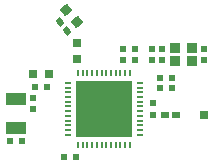
<source format=gtp>
G04 Layer_Color=8421504*
%FSLAX24Y24*%
%MOIN*%
G70*
G01*
G75*
%ADD10R,0.0197X0.0236*%
%ADD11R,0.0374X0.0335*%
%ADD12R,0.0236X0.0197*%
%ADD13R,0.0256X0.0197*%
%ADD14R,0.0295X0.0315*%
%ADD15R,0.0709X0.0394*%
%ADD16R,0.0300X0.0300*%
%ADD17R,0.0315X0.0295*%
G04:AMPARAMS|DCode=18|XSize=19.7mil|YSize=25.6mil|CornerRadius=0mil|HoleSize=0mil|Usage=FLASHONLY|Rotation=40.000|XOffset=0mil|YOffset=0mil|HoleType=Round|Shape=Rectangle|*
%AMROTATEDRECTD18*
4,1,4,0.0007,-0.0161,-0.0158,0.0035,-0.0007,0.0161,0.0158,-0.0035,0.0007,-0.0161,0.0*
%
%ADD18ROTATEDRECTD18*%

G04:AMPARAMS|DCode=19|XSize=31.5mil|YSize=29.5mil|CornerRadius=0mil|HoleSize=0mil|Usage=FLASHONLY|Rotation=40.000|XOffset=0mil|YOffset=0mil|HoleType=Round|Shape=Rectangle|*
%AMROTATEDRECTD19*
4,1,4,-0.0026,-0.0214,-0.0216,0.0012,0.0026,0.0214,0.0216,-0.0012,-0.0026,-0.0214,0.0*
%
%ADD19ROTATEDRECTD19*%

%ADD20O,0.0256X0.0079*%
%ADD21O,0.0079X0.0256*%
%ADD22R,0.1850X0.1850*%
D10*
X-2380Y-17D02*
D03*
Y377D02*
D03*
X1030Y2007D02*
D03*
Y1613D02*
D03*
X1940Y2007D02*
D03*
Y1613D02*
D03*
X1650Y-197D02*
D03*
Y197D02*
D03*
X1590Y2007D02*
D03*
Y1613D02*
D03*
X3340Y1613D02*
D03*
Y2007D02*
D03*
X650Y1613D02*
D03*
Y2007D02*
D03*
D11*
X2354Y1584D02*
D03*
Y2036D02*
D03*
X2925D02*
D03*
Y1584D02*
D03*
D12*
X-2297Y740D02*
D03*
X-1903D02*
D03*
X1883Y680D02*
D03*
X2277D02*
D03*
X2277Y1030D02*
D03*
X1883D02*
D03*
X-3137Y-1060D02*
D03*
X-2743D02*
D03*
X-1317Y-1610D02*
D03*
X-923D02*
D03*
D13*
X2023Y-200D02*
D03*
X2397D02*
D03*
D14*
X-1834Y1150D02*
D03*
X-2366D02*
D03*
D15*
X-2940Y342D02*
D03*
Y-642D02*
D03*
D16*
X3350Y-197D02*
D03*
D17*
X-890Y2188D02*
D03*
Y1656D02*
D03*
D18*
X-1230Y2599D02*
D03*
X-1470Y2885D02*
D03*
D19*
X-1251Y3286D02*
D03*
X-909Y2878D02*
D03*
D20*
X-1191Y866D02*
D03*
Y709D02*
D03*
Y551D02*
D03*
Y394D02*
D03*
Y236D02*
D03*
Y79D02*
D03*
Y-79D02*
D03*
Y-236D02*
D03*
Y-394D02*
D03*
Y-551D02*
D03*
Y-709D02*
D03*
Y-866D02*
D03*
X1191D02*
D03*
Y-709D02*
D03*
Y-551D02*
D03*
Y-394D02*
D03*
Y-236D02*
D03*
Y-79D02*
D03*
Y79D02*
D03*
Y236D02*
D03*
Y394D02*
D03*
Y551D02*
D03*
Y709D02*
D03*
Y866D02*
D03*
D21*
X-866Y-1191D02*
D03*
X-709D02*
D03*
X-551D02*
D03*
X-394D02*
D03*
X-236D02*
D03*
X-79D02*
D03*
X79D02*
D03*
X236D02*
D03*
X394D02*
D03*
X551D02*
D03*
X709D02*
D03*
X866D02*
D03*
Y1191D02*
D03*
X709D02*
D03*
X551D02*
D03*
X394D02*
D03*
X236D02*
D03*
X79D02*
D03*
X-79D02*
D03*
X-236D02*
D03*
X-394D02*
D03*
X-551D02*
D03*
X-709D02*
D03*
X-866D02*
D03*
D22*
X0Y0D02*
D03*
M02*

</source>
